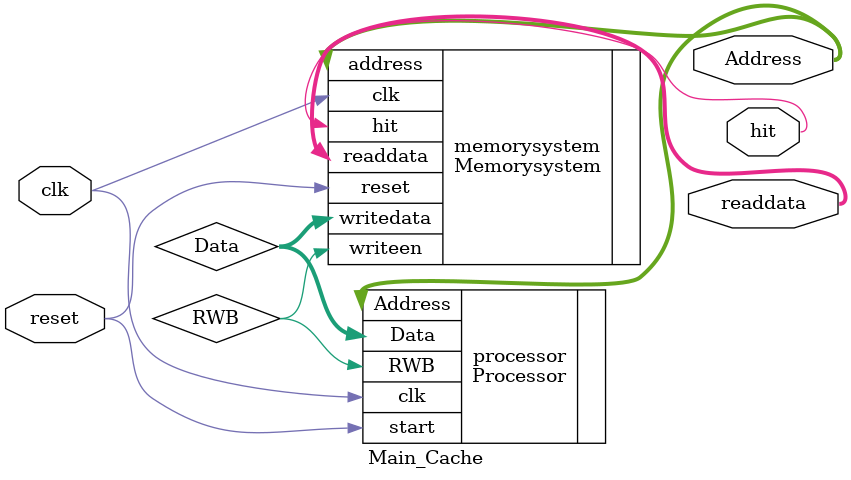
<source format=v>
`timescale 1ns / 1ps
module Main_Cache(clk, reset, hit, readdata, Address);
	input wire clk, reset;
	output [7:0] readdata;
	output hit;
	
	wire RWB;
	wire [7:0] Data;
	output wire [5:0] Address;
	
	Processor processor(.clk(clk), .start(reset), .RWB(RWB), .Address(Address), .Data(Data));
	
	Memorysystem memorysystem(.clk(clk), .reset(reset), .writedata(Data), .writeen(RWB), .address(Address), .readdata(readdata), .hit(hit)); 	

endmodule

</source>
